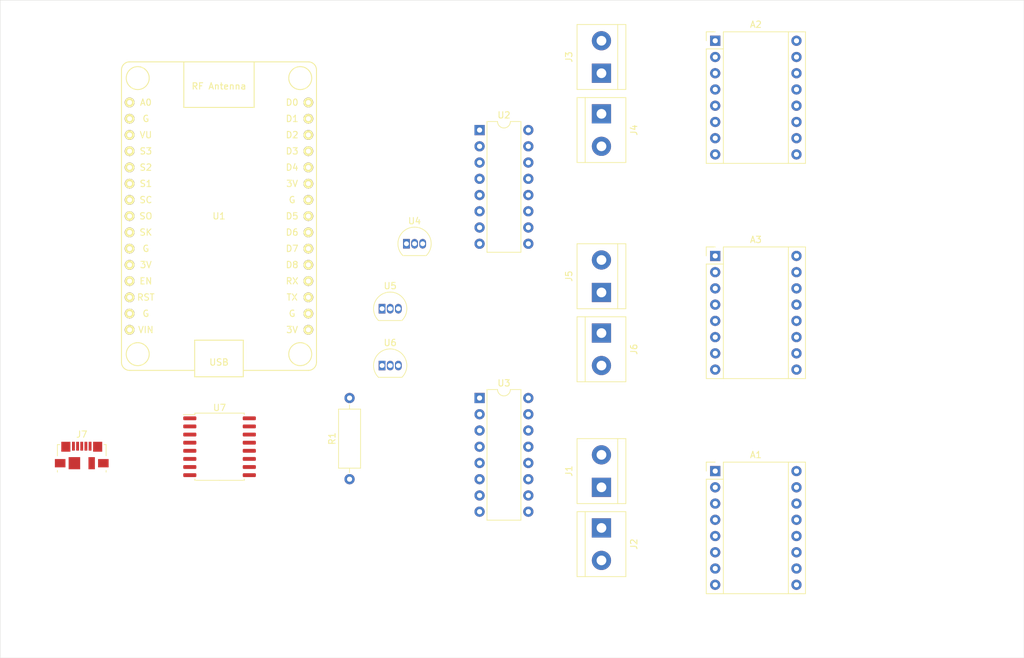
<source format=kicad_pcb>
(kicad_pcb (version 20171130) (host pcbnew "(5.1.4)-1")

  (general
    (thickness 1.6)
    (drawings 4)
    (tracks 0)
    (zones 0)
    (modules 18)
    (nets 27)
  )

  (page A4)
  (layers
    (0 F.Cu signal)
    (31 B.Cu signal)
    (32 B.Adhes user)
    (33 F.Adhes user)
    (34 B.Paste user)
    (35 F.Paste user)
    (36 B.SilkS user)
    (37 F.SilkS user)
    (38 B.Mask user)
    (39 F.Mask user)
    (40 Dwgs.User user)
    (41 Cmts.User user)
    (42 Eco1.User user)
    (43 Eco2.User user)
    (44 Edge.Cuts user)
    (45 Margin user)
    (46 B.CrtYd user)
    (47 F.CrtYd user)
    (48 B.Fab user)
    (49 F.Fab user)
  )

  (setup
    (last_trace_width 0.25)
    (trace_clearance 0.2)
    (zone_clearance 0.508)
    (zone_45_only no)
    (trace_min 0.2)
    (via_size 0.8)
    (via_drill 0.4)
    (via_min_size 0.4)
    (via_min_drill 0.3)
    (uvia_size 0.3)
    (uvia_drill 0.1)
    (uvias_allowed no)
    (uvia_min_size 0.2)
    (uvia_min_drill 0.1)
    (edge_width 0.05)
    (segment_width 0.2)
    (pcb_text_width 0.3)
    (pcb_text_size 1.5 1.5)
    (mod_edge_width 0.12)
    (mod_text_size 1 1)
    (mod_text_width 0.15)
    (pad_size 1.524 1.524)
    (pad_drill 0.762)
    (pad_to_mask_clearance 0.051)
    (solder_mask_min_width 0.25)
    (aux_axis_origin 0 0)
    (visible_elements 7FFFFFFF)
    (pcbplotparams
      (layerselection 0x010fc_ffffffff)
      (usegerberextensions false)
      (usegerberattributes false)
      (usegerberadvancedattributes false)
      (creategerberjobfile false)
      (excludeedgelayer true)
      (linewidth 0.100000)
      (plotframeref false)
      (viasonmask false)
      (mode 1)
      (useauxorigin false)
      (hpglpennumber 1)
      (hpglpenspeed 20)
      (hpglpendiameter 15.000000)
      (psnegative false)
      (psa4output false)
      (plotreference true)
      (plotvalue true)
      (plotinvisibletext false)
      (padsonsilk false)
      (subtractmaskfromsilk false)
      (outputformat 1)
      (mirror false)
      (drillshape 1)
      (scaleselection 1)
      (outputdirectory ""))
  )

  (net 0 "")
  (net 1 "Net-(U1-Pad1)")
  (net 2 GND)
  (net 3 "Net-(U2-Pad9)")
  (net 4 +3V3)
  (net 5 DATA)
  (net 6 "Net-(A1-Pad16)")
  (net 7 "Net-(A1-Pad15)")
  (net 8 "Net-(A1-Pad6)")
  (net 9 "Net-(A1-Pad5)")
  (net 10 "Net-(A1-Pad4)")
  (net 11 "Net-(A1-Pad3)")
  (net 12 "Net-(A2-Pad16)")
  (net 13 "Net-(A2-Pad15)")
  (net 14 "Net-(A2-Pad6)")
  (net 15 "Net-(A2-Pad5)")
  (net 16 "Net-(A2-Pad4)")
  (net 17 "Net-(A2-Pad3)")
  (net 18 "Net-(A3-Pad16)")
  (net 19 "Net-(A3-Pad15)")
  (net 20 "Net-(A3-Pad6)")
  (net 21 "Net-(A3-Pad5)")
  (net 22 "Net-(A3-Pad4)")
  (net 23 "Net-(A3-Pad3)")
  (net 24 "Net-(J7-Pad6)")
  (net 25 VIN)
  (net 26 D5)

  (net_class Default "Это класс цепей по умолчанию."
    (clearance 0.2)
    (trace_width 0.25)
    (via_dia 0.8)
    (via_drill 0.4)
    (uvia_dia 0.3)
    (uvia_drill 0.1)
    (add_net +3V3)
    (add_net D5)
    (add_net DATA)
    (add_net GND)
    (add_net "Net-(A1-Pad15)")
    (add_net "Net-(A1-Pad16)")
    (add_net "Net-(A1-Pad3)")
    (add_net "Net-(A1-Pad4)")
    (add_net "Net-(A1-Pad5)")
    (add_net "Net-(A1-Pad6)")
    (add_net "Net-(A2-Pad15)")
    (add_net "Net-(A2-Pad16)")
    (add_net "Net-(A2-Pad3)")
    (add_net "Net-(A2-Pad4)")
    (add_net "Net-(A2-Pad5)")
    (add_net "Net-(A2-Pad6)")
    (add_net "Net-(A3-Pad15)")
    (add_net "Net-(A3-Pad16)")
    (add_net "Net-(A3-Pad3)")
    (add_net "Net-(A3-Pad4)")
    (add_net "Net-(A3-Pad5)")
    (add_net "Net-(A3-Pad6)")
    (add_net "Net-(J7-Pad6)")
    (add_net "Net-(U1-Pad1)")
    (add_net "Net-(U2-Pad9)")
    (add_net VIN)
  )

  (module Package_SO:SOIC-16W_7.5x10.3mm_P1.27mm (layer F.Cu) (tedit 5D9F72B1) (tstamp 5EBAE8E2)
    (at 52.07 87.63)
    (descr "SOIC, 16 Pin (JEDEC MS-013AA, https://www.analog.com/media/en/package-pcb-resources/package/pkg_pdf/soic_wide-rw/rw_16.pdf), generated with kicad-footprint-generator ipc_gullwing_generator.py")
    (tags "SOIC SO")
    (path /5EBEF060)
    (attr smd)
    (fp_text reference U7 (at 0 -6.1) (layer F.SilkS)
      (effects (font (size 1 1) (thickness 0.15)))
    )
    (fp_text value DS3231M (at 0 6.1) (layer F.Fab)
      (effects (font (size 1 1) (thickness 0.15)))
    )
    (fp_text user %R (at 0 0) (layer F.Fab)
      (effects (font (size 1 1) (thickness 0.15)))
    )
    (fp_line (start 5.93 -5.4) (end -5.93 -5.4) (layer F.CrtYd) (width 0.05))
    (fp_line (start 5.93 5.4) (end 5.93 -5.4) (layer F.CrtYd) (width 0.05))
    (fp_line (start -5.93 5.4) (end 5.93 5.4) (layer F.CrtYd) (width 0.05))
    (fp_line (start -5.93 -5.4) (end -5.93 5.4) (layer F.CrtYd) (width 0.05))
    (fp_line (start -3.75 -4.15) (end -2.75 -5.15) (layer F.Fab) (width 0.1))
    (fp_line (start -3.75 5.15) (end -3.75 -4.15) (layer F.Fab) (width 0.1))
    (fp_line (start 3.75 5.15) (end -3.75 5.15) (layer F.Fab) (width 0.1))
    (fp_line (start 3.75 -5.15) (end 3.75 5.15) (layer F.Fab) (width 0.1))
    (fp_line (start -2.75 -5.15) (end 3.75 -5.15) (layer F.Fab) (width 0.1))
    (fp_line (start -3.86 -5.005) (end -5.675 -5.005) (layer F.SilkS) (width 0.12))
    (fp_line (start -3.86 -5.26) (end -3.86 -5.005) (layer F.SilkS) (width 0.12))
    (fp_line (start 0 -5.26) (end -3.86 -5.26) (layer F.SilkS) (width 0.12))
    (fp_line (start 3.86 -5.26) (end 3.86 -5.005) (layer F.SilkS) (width 0.12))
    (fp_line (start 0 -5.26) (end 3.86 -5.26) (layer F.SilkS) (width 0.12))
    (fp_line (start -3.86 5.26) (end -3.86 5.005) (layer F.SilkS) (width 0.12))
    (fp_line (start 0 5.26) (end -3.86 5.26) (layer F.SilkS) (width 0.12))
    (fp_line (start 3.86 5.26) (end 3.86 5.005) (layer F.SilkS) (width 0.12))
    (fp_line (start 0 5.26) (end 3.86 5.26) (layer F.SilkS) (width 0.12))
    (pad 16 smd roundrect (at 4.65 -4.445) (size 2.05 0.6) (layers F.Cu F.Paste F.Mask) (roundrect_rratio 0.25))
    (pad 15 smd roundrect (at 4.65 -3.175) (size 2.05 0.6) (layers F.Cu F.Paste F.Mask) (roundrect_rratio 0.25)
      (net 1 "Net-(U1-Pad1)"))
    (pad 14 smd roundrect (at 4.65 -1.905) (size 2.05 0.6) (layers F.Cu F.Paste F.Mask) (roundrect_rratio 0.25))
    (pad 13 smd roundrect (at 4.65 -0.635) (size 2.05 0.6) (layers F.Cu F.Paste F.Mask) (roundrect_rratio 0.25)
      (net 2 GND))
    (pad 12 smd roundrect (at 4.65 0.635) (size 2.05 0.6) (layers F.Cu F.Paste F.Mask) (roundrect_rratio 0.25)
      (net 2 GND))
    (pad 11 smd roundrect (at 4.65 1.905) (size 2.05 0.6) (layers F.Cu F.Paste F.Mask) (roundrect_rratio 0.25)
      (net 2 GND))
    (pad 10 smd roundrect (at 4.65 3.175) (size 2.05 0.6) (layers F.Cu F.Paste F.Mask) (roundrect_rratio 0.25)
      (net 2 GND))
    (pad 9 smd roundrect (at 4.65 4.445) (size 2.05 0.6) (layers F.Cu F.Paste F.Mask) (roundrect_rratio 0.25)
      (net 2 GND))
    (pad 8 smd roundrect (at -4.65 4.445) (size 2.05 0.6) (layers F.Cu F.Paste F.Mask) (roundrect_rratio 0.25)
      (net 2 GND))
    (pad 7 smd roundrect (at -4.65 3.175) (size 2.05 0.6) (layers F.Cu F.Paste F.Mask) (roundrect_rratio 0.25)
      (net 2 GND))
    (pad 6 smd roundrect (at -4.65 1.905) (size 2.05 0.6) (layers F.Cu F.Paste F.Mask) (roundrect_rratio 0.25)
      (net 2 GND))
    (pad 5 smd roundrect (at -4.65 0.635) (size 2.05 0.6) (layers F.Cu F.Paste F.Mask) (roundrect_rratio 0.25)
      (net 2 GND))
    (pad 4 smd roundrect (at -4.65 -0.635) (size 2.05 0.6) (layers F.Cu F.Paste F.Mask) (roundrect_rratio 0.25))
    (pad 3 smd roundrect (at -4.65 -1.905) (size 2.05 0.6) (layers F.Cu F.Paste F.Mask) (roundrect_rratio 0.25))
    (pad 2 smd roundrect (at -4.65 -3.175) (size 2.05 0.6) (layers F.Cu F.Paste F.Mask) (roundrect_rratio 0.25)
      (net 4 +3V3))
    (pad 1 smd roundrect (at -4.65 -4.445) (size 2.05 0.6) (layers F.Cu F.Paste F.Mask) (roundrect_rratio 0.25))
    (model ${KISYS3DMOD}/Package_SO.3dshapes/SOIC-16W_7.5x10.3mm_P1.27mm.wrl
      (at (xyz 0 0 0))
      (scale (xyz 1 1 1))
      (rotate (xyz 0 0 0))
    )
  )

  (module Package_TO_SOT_THT:TO-92_Inline (layer F.Cu) (tedit 5A1DD157) (tstamp 5EBAE8BB)
    (at 77.47 74.93)
    (descr "TO-92 leads in-line, narrow, oval pads, drill 0.75mm (see NXP sot054_po.pdf)")
    (tags "to-92 sc-43 sc-43a sot54 PA33 transistor")
    (path /5EBAF52F)
    (fp_text reference U6 (at 1.27 -3.56) (layer F.SilkS)
      (effects (font (size 1 1) (thickness 0.15)))
    )
    (fp_text value DS18B20 (at 1.27 2.79) (layer F.Fab)
      (effects (font (size 1 1) (thickness 0.15)))
    )
    (fp_arc (start 1.27 0) (end 1.27 -2.6) (angle 135) (layer F.SilkS) (width 0.12))
    (fp_arc (start 1.27 0) (end 1.27 -2.48) (angle -135) (layer F.Fab) (width 0.1))
    (fp_arc (start 1.27 0) (end 1.27 -2.6) (angle -135) (layer F.SilkS) (width 0.12))
    (fp_arc (start 1.27 0) (end 1.27 -2.48) (angle 135) (layer F.Fab) (width 0.1))
    (fp_line (start 4 2.01) (end -1.46 2.01) (layer F.CrtYd) (width 0.05))
    (fp_line (start 4 2.01) (end 4 -2.73) (layer F.CrtYd) (width 0.05))
    (fp_line (start -1.46 -2.73) (end -1.46 2.01) (layer F.CrtYd) (width 0.05))
    (fp_line (start -1.46 -2.73) (end 4 -2.73) (layer F.CrtYd) (width 0.05))
    (fp_line (start -0.5 1.75) (end 3 1.75) (layer F.Fab) (width 0.1))
    (fp_line (start -0.53 1.85) (end 3.07 1.85) (layer F.SilkS) (width 0.12))
    (fp_text user %R (at 1.27 -3.56) (layer F.Fab)
      (effects (font (size 1 1) (thickness 0.15)))
    )
    (pad 1 thru_hole rect (at 0 0) (size 1.05 1.5) (drill 0.75) (layers *.Cu *.Mask)
      (net 2 GND))
    (pad 3 thru_hole oval (at 2.54 0) (size 1.05 1.5) (drill 0.75) (layers *.Cu *.Mask)
      (net 4 +3V3))
    (pad 2 thru_hole oval (at 1.27 0) (size 1.05 1.5) (drill 0.75) (layers *.Cu *.Mask)
      (net 26 D5))
    (model ${KISYS3DMOD}/Package_TO_SOT_THT.3dshapes/TO-92_Inline.wrl
      (at (xyz 0 0 0))
      (scale (xyz 1 1 1))
      (rotate (xyz 0 0 0))
    )
  )

  (module Package_TO_SOT_THT:TO-92_Inline (layer F.Cu) (tedit 5A1DD157) (tstamp 5EBAE8A9)
    (at 77.47 66.04)
    (descr "TO-92 leads in-line, narrow, oval pads, drill 0.75mm (see NXP sot054_po.pdf)")
    (tags "to-92 sc-43 sc-43a sot54 PA33 transistor")
    (path /5EBAE7A3)
    (fp_text reference U5 (at 1.27 -3.56) (layer F.SilkS)
      (effects (font (size 1 1) (thickness 0.15)))
    )
    (fp_text value DS18B20 (at 1.27 2.79) (layer F.Fab)
      (effects (font (size 1 1) (thickness 0.15)))
    )
    (fp_arc (start 1.27 0) (end 1.27 -2.6) (angle 135) (layer F.SilkS) (width 0.12))
    (fp_arc (start 1.27 0) (end 1.27 -2.48) (angle -135) (layer F.Fab) (width 0.1))
    (fp_arc (start 1.27 0) (end 1.27 -2.6) (angle -135) (layer F.SilkS) (width 0.12))
    (fp_arc (start 1.27 0) (end 1.27 -2.48) (angle 135) (layer F.Fab) (width 0.1))
    (fp_line (start 4 2.01) (end -1.46 2.01) (layer F.CrtYd) (width 0.05))
    (fp_line (start 4 2.01) (end 4 -2.73) (layer F.CrtYd) (width 0.05))
    (fp_line (start -1.46 -2.73) (end -1.46 2.01) (layer F.CrtYd) (width 0.05))
    (fp_line (start -1.46 -2.73) (end 4 -2.73) (layer F.CrtYd) (width 0.05))
    (fp_line (start -0.5 1.75) (end 3 1.75) (layer F.Fab) (width 0.1))
    (fp_line (start -0.53 1.85) (end 3.07 1.85) (layer F.SilkS) (width 0.12))
    (fp_text user %R (at 1.27 -3.56) (layer F.Fab)
      (effects (font (size 1 1) (thickness 0.15)))
    )
    (pad 1 thru_hole rect (at 0 0) (size 1.05 1.5) (drill 0.75) (layers *.Cu *.Mask)
      (net 2 GND))
    (pad 3 thru_hole oval (at 2.54 0) (size 1.05 1.5) (drill 0.75) (layers *.Cu *.Mask)
      (net 4 +3V3))
    (pad 2 thru_hole oval (at 1.27 0) (size 1.05 1.5) (drill 0.75) (layers *.Cu *.Mask)
      (net 26 D5))
    (model ${KISYS3DMOD}/Package_TO_SOT_THT.3dshapes/TO-92_Inline.wrl
      (at (xyz 0 0 0))
      (scale (xyz 1 1 1))
      (rotate (xyz 0 0 0))
    )
  )

  (module Package_TO_SOT_THT:TO-92_Inline (layer F.Cu) (tedit 5A1DD157) (tstamp 5EBAE897)
    (at 81.28 55.88)
    (descr "TO-92 leads in-line, narrow, oval pads, drill 0.75mm (see NXP sot054_po.pdf)")
    (tags "to-92 sc-43 sc-43a sot54 PA33 transistor")
    (path /5EBADAF8)
    (fp_text reference U4 (at 1.27 -3.56) (layer F.SilkS)
      (effects (font (size 1 1) (thickness 0.15)))
    )
    (fp_text value DS18B20 (at 1.27 2.79) (layer F.Fab)
      (effects (font (size 1 1) (thickness 0.15)))
    )
    (fp_arc (start 1.27 0) (end 1.27 -2.6) (angle 135) (layer F.SilkS) (width 0.12))
    (fp_arc (start 1.27 0) (end 1.27 -2.48) (angle -135) (layer F.Fab) (width 0.1))
    (fp_arc (start 1.27 0) (end 1.27 -2.6) (angle -135) (layer F.SilkS) (width 0.12))
    (fp_arc (start 1.27 0) (end 1.27 -2.48) (angle 135) (layer F.Fab) (width 0.1))
    (fp_line (start 4 2.01) (end -1.46 2.01) (layer F.CrtYd) (width 0.05))
    (fp_line (start 4 2.01) (end 4 -2.73) (layer F.CrtYd) (width 0.05))
    (fp_line (start -1.46 -2.73) (end -1.46 2.01) (layer F.CrtYd) (width 0.05))
    (fp_line (start -1.46 -2.73) (end 4 -2.73) (layer F.CrtYd) (width 0.05))
    (fp_line (start -0.5 1.75) (end 3 1.75) (layer F.Fab) (width 0.1))
    (fp_line (start -0.53 1.85) (end 3.07 1.85) (layer F.SilkS) (width 0.12))
    (fp_text user %R (at 1.27 -3.56) (layer F.Fab)
      (effects (font (size 1 1) (thickness 0.15)))
    )
    (pad 1 thru_hole rect (at 0 0) (size 1.05 1.5) (drill 0.75) (layers *.Cu *.Mask)
      (net 2 GND))
    (pad 3 thru_hole oval (at 2.54 0) (size 1.05 1.5) (drill 0.75) (layers *.Cu *.Mask)
      (net 4 +3V3))
    (pad 2 thru_hole oval (at 1.27 0) (size 1.05 1.5) (drill 0.75) (layers *.Cu *.Mask)
      (net 26 D5))
    (model ${KISYS3DMOD}/Package_TO_SOT_THT.3dshapes/TO-92_Inline.wrl
      (at (xyz 0 0 0))
      (scale (xyz 1 1 1))
      (rotate (xyz 0 0 0))
    )
  )

  (module Package_DIP:DIP-16_W7.62mm (layer F.Cu) (tedit 5A02E8C5) (tstamp 5EBAE885)
    (at 92.71 80.01)
    (descr "16-lead though-hole mounted DIP package, row spacing 7.62 mm (300 mils)")
    (tags "THT DIP DIL PDIP 2.54mm 7.62mm 300mil")
    (path /5EBAA6D4)
    (fp_text reference U3 (at 3.81 -2.33) (layer F.SilkS)
      (effects (font (size 1 1) (thickness 0.15)))
    )
    (fp_text value 74HC595 (at 3.81 20.11) (layer F.Fab)
      (effects (font (size 1 1) (thickness 0.15)))
    )
    (fp_text user %R (at 3.81 8.89) (layer F.Fab)
      (effects (font (size 1 1) (thickness 0.15)))
    )
    (fp_line (start 8.7 -1.55) (end -1.1 -1.55) (layer F.CrtYd) (width 0.05))
    (fp_line (start 8.7 19.3) (end 8.7 -1.55) (layer F.CrtYd) (width 0.05))
    (fp_line (start -1.1 19.3) (end 8.7 19.3) (layer F.CrtYd) (width 0.05))
    (fp_line (start -1.1 -1.55) (end -1.1 19.3) (layer F.CrtYd) (width 0.05))
    (fp_line (start 6.46 -1.33) (end 4.81 -1.33) (layer F.SilkS) (width 0.12))
    (fp_line (start 6.46 19.11) (end 6.46 -1.33) (layer F.SilkS) (width 0.12))
    (fp_line (start 1.16 19.11) (end 6.46 19.11) (layer F.SilkS) (width 0.12))
    (fp_line (start 1.16 -1.33) (end 1.16 19.11) (layer F.SilkS) (width 0.12))
    (fp_line (start 2.81 -1.33) (end 1.16 -1.33) (layer F.SilkS) (width 0.12))
    (fp_line (start 0.635 -0.27) (end 1.635 -1.27) (layer F.Fab) (width 0.1))
    (fp_line (start 0.635 19.05) (end 0.635 -0.27) (layer F.Fab) (width 0.1))
    (fp_line (start 6.985 19.05) (end 0.635 19.05) (layer F.Fab) (width 0.1))
    (fp_line (start 6.985 -1.27) (end 6.985 19.05) (layer F.Fab) (width 0.1))
    (fp_line (start 1.635 -1.27) (end 6.985 -1.27) (layer F.Fab) (width 0.1))
    (fp_arc (start 3.81 -1.33) (end 2.81 -1.33) (angle -180) (layer F.SilkS) (width 0.12))
    (pad 16 thru_hole oval (at 7.62 0) (size 1.6 1.6) (drill 0.8) (layers *.Cu *.Mask)
      (net 4 +3V3))
    (pad 8 thru_hole oval (at 0 17.78) (size 1.6 1.6) (drill 0.8) (layers *.Cu *.Mask)
      (net 2 GND))
    (pad 15 thru_hole oval (at 7.62 2.54) (size 1.6 1.6) (drill 0.8) (layers *.Cu *.Mask))
    (pad 7 thru_hole oval (at 0 15.24) (size 1.6 1.6) (drill 0.8) (layers *.Cu *.Mask))
    (pad 14 thru_hole oval (at 7.62 5.08) (size 1.6 1.6) (drill 0.8) (layers *.Cu *.Mask)
      (net 3 "Net-(U2-Pad9)"))
    (pad 6 thru_hole oval (at 0 12.7) (size 1.6 1.6) (drill 0.8) (layers *.Cu *.Mask))
    (pad 13 thru_hole oval (at 7.62 7.62) (size 1.6 1.6) (drill 0.8) (layers *.Cu *.Mask)
      (net 2 GND))
    (pad 5 thru_hole oval (at 0 10.16) (size 1.6 1.6) (drill 0.8) (layers *.Cu *.Mask))
    (pad 12 thru_hole oval (at 7.62 10.16) (size 1.6 1.6) (drill 0.8) (layers *.Cu *.Mask))
    (pad 4 thru_hole oval (at 0 7.62) (size 1.6 1.6) (drill 0.8) (layers *.Cu *.Mask))
    (pad 11 thru_hole oval (at 7.62 12.7) (size 1.6 1.6) (drill 0.8) (layers *.Cu *.Mask))
    (pad 3 thru_hole oval (at 0 5.08) (size 1.6 1.6) (drill 0.8) (layers *.Cu *.Mask))
    (pad 10 thru_hole oval (at 7.62 15.24) (size 1.6 1.6) (drill 0.8) (layers *.Cu *.Mask)
      (net 4 +3V3))
    (pad 2 thru_hole oval (at 0 2.54) (size 1.6 1.6) (drill 0.8) (layers *.Cu *.Mask))
    (pad 9 thru_hole oval (at 7.62 17.78) (size 1.6 1.6) (drill 0.8) (layers *.Cu *.Mask))
    (pad 1 thru_hole rect (at 0 0) (size 1.6 1.6) (drill 0.8) (layers *.Cu *.Mask))
    (model ${KISYS3DMOD}/Package_DIP.3dshapes/DIP-16_W7.62mm.wrl
      (at (xyz 0 0 0))
      (scale (xyz 1 1 1))
      (rotate (xyz 0 0 0))
    )
  )

  (module Package_DIP:DIP-16_W7.62mm (layer F.Cu) (tedit 5A02E8C5) (tstamp 5EBAE861)
    (at 92.71 38.1)
    (descr "16-lead though-hole mounted DIP package, row spacing 7.62 mm (300 mils)")
    (tags "THT DIP DIL PDIP 2.54mm 7.62mm 300mil")
    (path /5EBA9879)
    (fp_text reference U2 (at 3.81 -2.33) (layer F.SilkS)
      (effects (font (size 1 1) (thickness 0.15)))
    )
    (fp_text value 74HC595 (at 3.81 20.11) (layer F.Fab)
      (effects (font (size 1 1) (thickness 0.15)))
    )
    (fp_text user %R (at 3.81 8.89) (layer F.Fab)
      (effects (font (size 1 1) (thickness 0.15)))
    )
    (fp_line (start 8.7 -1.55) (end -1.1 -1.55) (layer F.CrtYd) (width 0.05))
    (fp_line (start 8.7 19.3) (end 8.7 -1.55) (layer F.CrtYd) (width 0.05))
    (fp_line (start -1.1 19.3) (end 8.7 19.3) (layer F.CrtYd) (width 0.05))
    (fp_line (start -1.1 -1.55) (end -1.1 19.3) (layer F.CrtYd) (width 0.05))
    (fp_line (start 6.46 -1.33) (end 4.81 -1.33) (layer F.SilkS) (width 0.12))
    (fp_line (start 6.46 19.11) (end 6.46 -1.33) (layer F.SilkS) (width 0.12))
    (fp_line (start 1.16 19.11) (end 6.46 19.11) (layer F.SilkS) (width 0.12))
    (fp_line (start 1.16 -1.33) (end 1.16 19.11) (layer F.SilkS) (width 0.12))
    (fp_line (start 2.81 -1.33) (end 1.16 -1.33) (layer F.SilkS) (width 0.12))
    (fp_line (start 0.635 -0.27) (end 1.635 -1.27) (layer F.Fab) (width 0.1))
    (fp_line (start 0.635 19.05) (end 0.635 -0.27) (layer F.Fab) (width 0.1))
    (fp_line (start 6.985 19.05) (end 0.635 19.05) (layer F.Fab) (width 0.1))
    (fp_line (start 6.985 -1.27) (end 6.985 19.05) (layer F.Fab) (width 0.1))
    (fp_line (start 1.635 -1.27) (end 6.985 -1.27) (layer F.Fab) (width 0.1))
    (fp_arc (start 3.81 -1.33) (end 2.81 -1.33) (angle -180) (layer F.SilkS) (width 0.12))
    (pad 16 thru_hole oval (at 7.62 0) (size 1.6 1.6) (drill 0.8) (layers *.Cu *.Mask)
      (net 4 +3V3))
    (pad 8 thru_hole oval (at 0 17.78) (size 1.6 1.6) (drill 0.8) (layers *.Cu *.Mask)
      (net 2 GND))
    (pad 15 thru_hole oval (at 7.62 2.54) (size 1.6 1.6) (drill 0.8) (layers *.Cu *.Mask)
      (net 6 "Net-(A1-Pad16)"))
    (pad 7 thru_hole oval (at 0 15.24) (size 1.6 1.6) (drill 0.8) (layers *.Cu *.Mask))
    (pad 14 thru_hole oval (at 7.62 5.08) (size 1.6 1.6) (drill 0.8) (layers *.Cu *.Mask)
      (net 5 DATA))
    (pad 6 thru_hole oval (at 0 12.7) (size 1.6 1.6) (drill 0.8) (layers *.Cu *.Mask))
    (pad 13 thru_hole oval (at 7.62 7.62) (size 1.6 1.6) (drill 0.8) (layers *.Cu *.Mask)
      (net 2 GND))
    (pad 5 thru_hole oval (at 0 10.16) (size 1.6 1.6) (drill 0.8) (layers *.Cu *.Mask)
      (net 19 "Net-(A3-Pad15)"))
    (pad 12 thru_hole oval (at 7.62 10.16) (size 1.6 1.6) (drill 0.8) (layers *.Cu *.Mask))
    (pad 4 thru_hole oval (at 0 7.62) (size 1.6 1.6) (drill 0.8) (layers *.Cu *.Mask)
      (net 18 "Net-(A3-Pad16)"))
    (pad 11 thru_hole oval (at 7.62 12.7) (size 1.6 1.6) (drill 0.8) (layers *.Cu *.Mask))
    (pad 3 thru_hole oval (at 0 5.08) (size 1.6 1.6) (drill 0.8) (layers *.Cu *.Mask)
      (net 13 "Net-(A2-Pad15)"))
    (pad 10 thru_hole oval (at 7.62 15.24) (size 1.6 1.6) (drill 0.8) (layers *.Cu *.Mask)
      (net 4 +3V3))
    (pad 2 thru_hole oval (at 0 2.54) (size 1.6 1.6) (drill 0.8) (layers *.Cu *.Mask)
      (net 12 "Net-(A2-Pad16)"))
    (pad 9 thru_hole oval (at 7.62 17.78) (size 1.6 1.6) (drill 0.8) (layers *.Cu *.Mask)
      (net 3 "Net-(U2-Pad9)"))
    (pad 1 thru_hole rect (at 0 0) (size 1.6 1.6) (drill 0.8) (layers *.Cu *.Mask)
      (net 7 "Net-(A1-Pad15)"))
    (model ${KISYS3DMOD}/Package_DIP.3dshapes/DIP-16_W7.62mm.wrl
      (at (xyz 0 0 0))
      (scale (xyz 1 1 1))
      (rotate (xyz 0 0 0))
    )
  )

  (module "ESP8266:NodeMCU1.0(12-E)" (layer F.Cu) (tedit 5AF3DDCB) (tstamp 5EBAE83D)
    (at 51.98 51.56)
    (path /5EBA7798)
    (fp_text reference U1 (at 0 0) (layer F.SilkS)
      (effects (font (size 1 1) (thickness 0.15)))
    )
    (fp_text value "NodeMCU_1.0_(ESP-12E)" (at 0 -5.08) (layer F.Fab)
      (effects (font (size 1 1) (thickness 0.15)))
    )
    (fp_line (start 13.97 -24.13) (end -13.97 -24.13) (layer F.SilkS) (width 0.15))
    (fp_circle (center 12.7 -21.59) (end 13.97 -22.86) (layer F.SilkS) (width 0.15))
    (fp_circle (center -12.7 -21.59) (end -11.43 -22.86) (layer F.SilkS) (width 0.15))
    (fp_circle (center -12.7 21.59) (end -11.43 20.32) (layer F.SilkS) (width 0.15))
    (fp_circle (center 12.7 21.59) (end 13.97 20.32) (layer F.SilkS) (width 0.15))
    (fp_text user D0 (at 11.43 -17.78) (layer F.SilkS)
      (effects (font (size 1 1) (thickness 0.15)))
    )
    (fp_text user D1 (at 11.43 -15.24) (layer F.SilkS)
      (effects (font (size 1 1) (thickness 0.15)))
    )
    (fp_text user D2 (at 11.43 -12.7) (layer F.SilkS)
      (effects (font (size 1 1) (thickness 0.15)))
    )
    (fp_text user D3 (at 11.43 -10.16) (layer F.SilkS)
      (effects (font (size 1 1) (thickness 0.15)))
    )
    (fp_text user D4 (at 11.43 -7.62) (layer F.SilkS)
      (effects (font (size 1 1) (thickness 0.15)))
    )
    (fp_text user 3V (at 11.43 -5.08) (layer F.SilkS)
      (effects (font (size 1 1) (thickness 0.15)))
    )
    (fp_text user G (at 11.43 -2.54) (layer F.SilkS)
      (effects (font (size 1 1) (thickness 0.15)))
    )
    (fp_text user D5 (at 11.43 0) (layer F.SilkS)
      (effects (font (size 1 1) (thickness 0.15)))
    )
    (fp_text user D6 (at 11.43 2.54) (layer F.SilkS)
      (effects (font (size 1 1) (thickness 0.15)))
    )
    (fp_text user D7 (at 11.43 5.08) (layer F.SilkS)
      (effects (font (size 1 1) (thickness 0.15)))
    )
    (fp_text user D8 (at 11.43 7.62) (layer F.SilkS)
      (effects (font (size 1 1) (thickness 0.15)))
    )
    (fp_text user RX (at 11.43 10.16) (layer F.SilkS)
      (effects (font (size 1 1) (thickness 0.15)))
    )
    (fp_text user TX (at 11.43 12.7) (layer F.SilkS)
      (effects (font (size 1 1) (thickness 0.15)))
    )
    (fp_text user G (at 11.43 15.24) (layer F.SilkS)
      (effects (font (size 1 1) (thickness 0.15)))
    )
    (fp_text user 3V (at 11.43 17.78) (layer F.SilkS)
      (effects (font (size 1 1) (thickness 0.15)))
    )
    (fp_text user A0 (at -11.43 -17.78) (layer F.SilkS)
      (effects (font (size 1 1) (thickness 0.15)))
    )
    (fp_text user G (at -11.43 -15.24) (layer F.SilkS)
      (effects (font (size 1 1) (thickness 0.15)))
    )
    (fp_text user VU (at -11.43 -12.7) (layer F.SilkS)
      (effects (font (size 1 1) (thickness 0.15)))
    )
    (fp_text user S3 (at -11.43 -10.16) (layer F.SilkS)
      (effects (font (size 1 1) (thickness 0.15)))
    )
    (fp_text user S2 (at -11.43 -7.62) (layer F.SilkS)
      (effects (font (size 1 1) (thickness 0.15)))
    )
    (fp_text user S1 (at -11.43 -5.08) (layer F.SilkS)
      (effects (font (size 1 1) (thickness 0.15)))
    )
    (fp_text user SC (at -11.43 -2.54) (layer F.SilkS)
      (effects (font (size 1 1) (thickness 0.15)))
    )
    (fp_text user SO (at -11.43 0) (layer F.SilkS)
      (effects (font (size 1 1) (thickness 0.15)))
    )
    (fp_text user SK (at -11.43 2.54) (layer F.SilkS)
      (effects (font (size 1 1) (thickness 0.15)))
    )
    (fp_text user G (at -11.43 5.08) (layer F.SilkS)
      (effects (font (size 1 1) (thickness 0.15)))
    )
    (fp_text user 3V (at -11.43 7.62) (layer F.SilkS)
      (effects (font (size 1 1) (thickness 0.15)))
    )
    (fp_text user EN (at -11.43 10.16) (layer F.SilkS)
      (effects (font (size 1 1) (thickness 0.15)))
    )
    (fp_text user RST (at -11.43 12.7) (layer F.SilkS)
      (effects (font (size 1 1) (thickness 0.15)))
    )
    (fp_text user G (at -11.43 15.24) (layer F.SilkS)
      (effects (font (size 1 1) (thickness 0.15)))
    )
    (fp_text user VIN (at -11.43 17.78) (layer F.SilkS)
      (effects (font (size 1 1) (thickness 0.15)))
    )
    (fp_line (start -3.8 24.13) (end -13.97 24.13) (layer F.SilkS) (width 0.15))
    (fp_line (start -15.24 -22.86) (end -15.24 22.86) (layer F.SilkS) (width 0.15))
    (fp_line (start 15.24 -22.86) (end 15.24 22.86) (layer F.SilkS) (width 0.15))
    (fp_arc (start -13.97 22.86) (end -13.97 24.13) (angle 90) (layer F.SilkS) (width 0.15))
    (fp_arc (start 13.97 22.86) (end 15.24 22.86) (angle 90) (layer F.SilkS) (width 0.15))
    (fp_arc (start 13.97 -22.86) (end 13.97 -24.13) (angle 90) (layer F.SilkS) (width 0.15))
    (fp_arc (start -13.97 -22.86) (end -15.24 -22.86) (angle 90) (layer F.SilkS) (width 0.15))
    (fp_line (start 3.8 25.13) (end -3.8 25.13) (layer F.SilkS) (width 0.15))
    (fp_line (start 3.8 19.4) (end 3.8 25.13) (layer F.SilkS) (width 0.15))
    (fp_line (start -3.8 19.4) (end 3.8 19.4) (layer F.SilkS) (width 0.15))
    (fp_line (start -3.8 25.13) (end -3.8 19.4) (layer F.SilkS) (width 0.15))
    (fp_line (start -5.5 -17) (end -5.5 -24.13) (layer F.SilkS) (width 0.15))
    (fp_line (start 5.5 -24.13) (end 5.5 -17) (layer F.SilkS) (width 0.15))
    (fp_line (start 5.5 -17) (end -5.5 -17) (layer F.SilkS) (width 0.15))
    (fp_text user "RF Antenna" (at 0 -20.32) (layer F.SilkS)
      (effects (font (size 1 1) (thickness 0.15)))
    )
    (fp_text user USB (at 0 22.86) (layer F.SilkS)
      (effects (font (size 1 1) (thickness 0.15)))
    )
    (fp_line (start 13.98 24.13) (end 3.81 24.13) (layer F.SilkS) (width 0.15))
    (pad 30 thru_hole circle (at 13.97 -17.78) (size 1.524 1.524) (drill 0.762) (layers *.Cu *.Mask F.SilkS))
    (pad 29 thru_hole circle (at 13.97 -15.24) (size 1.524 1.524) (drill 0.762) (layers *.Cu *.Mask F.SilkS))
    (pad 28 thru_hole circle (at 13.97 -12.7) (size 1.524 1.524) (drill 0.762) (layers *.Cu *.Mask F.SilkS))
    (pad 27 thru_hole circle (at 13.97 -10.16) (size 1.524 1.524) (drill 0.762) (layers *.Cu *.Mask F.SilkS))
    (pad 26 thru_hole circle (at 13.97 -7.62) (size 1.524 1.524) (drill 0.762) (layers *.Cu *.Mask F.SilkS))
    (pad 25 thru_hole circle (at 13.97 -5.08) (size 1.524 1.524) (drill 0.762) (layers *.Cu *.Mask F.SilkS))
    (pad 24 thru_hole circle (at 13.97 -2.54) (size 1.524 1.524) (drill 0.762) (layers *.Cu *.Mask F.SilkS)
      (net 2 GND))
    (pad 23 thru_hole circle (at 13.97 0) (size 1.524 1.524) (drill 0.762) (layers *.Cu *.Mask F.SilkS)
      (net 26 D5))
    (pad 22 thru_hole circle (at 13.97 2.54) (size 1.524 1.524) (drill 0.762) (layers *.Cu *.Mask F.SilkS)
      (net 5 DATA))
    (pad 21 thru_hole circle (at 13.97 5.08) (size 1.524 1.524) (drill 0.762) (layers *.Cu *.Mask F.SilkS))
    (pad 20 thru_hole circle (at 13.97 7.62) (size 1.524 1.524) (drill 0.762) (layers *.Cu *.Mask F.SilkS))
    (pad 19 thru_hole circle (at 13.97 10.16) (size 1.524 1.524) (drill 0.762) (layers *.Cu *.Mask F.SilkS))
    (pad 18 thru_hole circle (at 13.97 12.7) (size 1.524 1.524) (drill 0.762) (layers *.Cu *.Mask F.SilkS))
    (pad 17 thru_hole circle (at 13.97 15.24) (size 1.524 1.524) (drill 0.762) (layers *.Cu *.Mask F.SilkS)
      (net 2 GND))
    (pad 16 thru_hole circle (at 13.97 17.78) (size 1.524 1.524) (drill 0.762) (layers *.Cu *.Mask F.SilkS)
      (net 4 +3V3))
    (pad 15 thru_hole circle (at -13.97 17.78) (size 1.524 1.524) (drill 0.762) (layers *.Cu *.Mask F.SilkS)
      (net 25 VIN))
    (pad 14 thru_hole circle (at -13.97 15.24) (size 1.524 1.524) (drill 0.762) (layers *.Cu *.Mask F.SilkS)
      (net 2 GND))
    (pad 13 thru_hole circle (at -13.97 12.7) (size 1.524 1.524) (drill 0.762) (layers *.Cu *.Mask F.SilkS))
    (pad 12 thru_hole circle (at -13.97 10.16) (size 1.524 1.524) (drill 0.762) (layers *.Cu *.Mask F.SilkS))
    (pad 11 thru_hole circle (at -13.97 7.62) (size 1.524 1.524) (drill 0.762) (layers *.Cu *.Mask F.SilkS))
    (pad 10 thru_hole circle (at -13.97 5.08) (size 1.524 1.524) (drill 0.762) (layers *.Cu *.Mask F.SilkS)
      (net 2 GND))
    (pad 9 thru_hole circle (at -13.97 2.54) (size 1.524 1.524) (drill 0.762) (layers *.Cu *.Mask F.SilkS))
    (pad 8 thru_hole circle (at -13.97 0) (size 1.524 1.524) (drill 0.762) (layers *.Cu *.Mask F.SilkS))
    (pad 7 thru_hole circle (at -13.97 -2.54) (size 1.524 1.524) (drill 0.762) (layers *.Cu *.Mask F.SilkS))
    (pad 6 thru_hole circle (at -13.97 -5.08) (size 1.524 1.524) (drill 0.762) (layers *.Cu *.Mask F.SilkS))
    (pad 5 thru_hole circle (at -13.97 -7.62) (size 1.524 1.524) (drill 0.762) (layers *.Cu *.Mask F.SilkS))
    (pad 4 thru_hole circle (at -13.97 -10.16) (size 1.524 1.524) (drill 0.762) (layers *.Cu *.Mask F.SilkS))
    (pad 3 thru_hole circle (at -13.97 -12.7) (size 1.524 1.524) (drill 0.762) (layers *.Cu *.Mask F.SilkS))
    (pad 2 thru_hole circle (at -13.97 -15.24) (size 1.524 1.524) (drill 0.762) (layers *.Cu *.Mask F.SilkS))
    (pad 1 thru_hole circle (at -13.97 -17.78) (size 1.524 1.524) (drill 0.762) (layers *.Cu *.Mask F.SilkS)
      (net 1 "Net-(U1-Pad1)"))
  )

  (module Resistor_THT:R_Axial_DIN0309_L9.0mm_D3.2mm_P12.70mm_Horizontal (layer F.Cu) (tedit 5AE5139B) (tstamp 5EBAE7E7)
    (at 72.39 92.71 90)
    (descr "Resistor, Axial_DIN0309 series, Axial, Horizontal, pin pitch=12.7mm, 0.5W = 1/2W, length*diameter=9*3.2mm^2, http://cdn-reichelt.de/documents/datenblatt/B400/1_4W%23YAG.pdf")
    (tags "Resistor Axial_DIN0309 series Axial Horizontal pin pitch 12.7mm 0.5W = 1/2W length 9mm diameter 3.2mm")
    (path /5EC50B16)
    (fp_text reference R1 (at 6.35 -2.72 90) (layer F.SilkS)
      (effects (font (size 1 1) (thickness 0.15)))
    )
    (fp_text value R4.7K (at 6.35 2.72 90) (layer F.Fab)
      (effects (font (size 1 1) (thickness 0.15)))
    )
    (fp_text user %R (at 6.35 0 90) (layer F.Fab)
      (effects (font (size 1 1) (thickness 0.15)))
    )
    (fp_line (start 13.75 -1.85) (end -1.05 -1.85) (layer F.CrtYd) (width 0.05))
    (fp_line (start 13.75 1.85) (end 13.75 -1.85) (layer F.CrtYd) (width 0.05))
    (fp_line (start -1.05 1.85) (end 13.75 1.85) (layer F.CrtYd) (width 0.05))
    (fp_line (start -1.05 -1.85) (end -1.05 1.85) (layer F.CrtYd) (width 0.05))
    (fp_line (start 11.66 0) (end 10.97 0) (layer F.SilkS) (width 0.12))
    (fp_line (start 1.04 0) (end 1.73 0) (layer F.SilkS) (width 0.12))
    (fp_line (start 10.97 -1.72) (end 1.73 -1.72) (layer F.SilkS) (width 0.12))
    (fp_line (start 10.97 1.72) (end 10.97 -1.72) (layer F.SilkS) (width 0.12))
    (fp_line (start 1.73 1.72) (end 10.97 1.72) (layer F.SilkS) (width 0.12))
    (fp_line (start 1.73 -1.72) (end 1.73 1.72) (layer F.SilkS) (width 0.12))
    (fp_line (start 12.7 0) (end 10.85 0) (layer F.Fab) (width 0.1))
    (fp_line (start 0 0) (end 1.85 0) (layer F.Fab) (width 0.1))
    (fp_line (start 10.85 -1.6) (end 1.85 -1.6) (layer F.Fab) (width 0.1))
    (fp_line (start 10.85 1.6) (end 10.85 -1.6) (layer F.Fab) (width 0.1))
    (fp_line (start 1.85 1.6) (end 10.85 1.6) (layer F.Fab) (width 0.1))
    (fp_line (start 1.85 -1.6) (end 1.85 1.6) (layer F.Fab) (width 0.1))
    (pad 2 thru_hole oval (at 12.7 0 90) (size 1.6 1.6) (drill 0.8) (layers *.Cu *.Mask)
      (net 26 D5))
    (pad 1 thru_hole circle (at 0 0 90) (size 1.6 1.6) (drill 0.8) (layers *.Cu *.Mask)
      (net 4 +3V3))
    (model ${KISYS3DMOD}/Resistor_THT.3dshapes/R_Axial_DIN0309_L9.0mm_D3.2mm_P12.70mm_Horizontal.wrl
      (at (xyz 0 0 0))
      (scale (xyz 1 1 1))
      (rotate (xyz 0 0 0))
    )
  )

  (module Connector_USB:USB_Micro-B_Molex_47346-0001 (layer F.Cu) (tedit 5D8620A7) (tstamp 5EBAE7D0)
    (at 30.5325 89.005)
    (descr "Micro USB B receptable with flange, bottom-mount, SMD, right-angle (http://www.molex.com/pdm_docs/sd/473460001_sd.pdf)")
    (tags "Micro B USB SMD")
    (path /5EC13446)
    (attr smd)
    (fp_text reference J7 (at 0 -3.3 180) (layer F.SilkS)
      (effects (font (size 1 1) (thickness 0.15)))
    )
    (fp_text value USB_B_Micro (at 0 4.6 180) (layer F.Fab)
      (effects (font (size 1 1) (thickness 0.15)))
    )
    (fp_line (start -3.25 2.65) (end 3.25 2.65) (layer F.Fab) (width 0.1))
    (fp_line (start -3.81 2.6) (end -3.81 2.34) (layer F.SilkS) (width 0.12))
    (fp_line (start -3.81 0.06) (end -3.81 -1.71) (layer F.SilkS) (width 0.12))
    (fp_line (start -3.81 -1.71) (end -3.43 -1.71) (layer F.SilkS) (width 0.12))
    (fp_line (start 3.81 -1.71) (end 3.81 0.06) (layer F.SilkS) (width 0.12))
    (fp_line (start 3.81 2.34) (end 3.81 2.6) (layer F.SilkS) (width 0.12))
    (fp_line (start -3.75 3.35) (end -3.75 -1.65) (layer F.Fab) (width 0.1))
    (fp_line (start -3.75 -1.65) (end 3.75 -1.65) (layer F.Fab) (width 0.1))
    (fp_line (start 3.75 -1.65) (end 3.75 3.35) (layer F.Fab) (width 0.1))
    (fp_line (start 3.75 3.35) (end -3.75 3.35) (layer F.Fab) (width 0.1))
    (fp_line (start -4.7 3.85) (end -4.7 -2.65) (layer F.CrtYd) (width 0.05))
    (fp_line (start -4.7 -2.65) (end 4.7 -2.65) (layer F.CrtYd) (width 0.05))
    (fp_line (start 4.7 -2.65) (end 4.7 3.85) (layer F.CrtYd) (width 0.05))
    (fp_line (start 4.7 3.85) (end -4.7 3.85) (layer F.CrtYd) (width 0.05))
    (fp_line (start 3.81 -1.71) (end 3.43 -1.71) (layer F.SilkS) (width 0.12))
    (fp_text user %R (at 0 1.2) (layer F.Fab)
      (effects (font (size 1 1) (thickness 0.15)))
    )
    (fp_text user "PCB Edge" (at 0 2.67 180) (layer Dwgs.User)
      (effects (font (size 0.4 0.4) (thickness 0.04)))
    )
    (pad 6 smd rect (at 1.55 1.2) (size 1 1.9) (layers F.Cu F.Paste F.Mask)
      (net 24 "Net-(J7-Pad6)"))
    (pad 6 smd rect (at -1.15 1.2) (size 1.8 1.9) (layers F.Cu F.Paste F.Mask)
      (net 24 "Net-(J7-Pad6)"))
    (pad 6 smd rect (at 3.375 1.2) (size 1.65 1.3) (layers F.Cu F.Paste F.Mask)
      (net 24 "Net-(J7-Pad6)"))
    (pad 6 smd rect (at -3.375 1.2) (size 1.65 1.3) (layers F.Cu F.Paste F.Mask)
      (net 24 "Net-(J7-Pad6)"))
    (pad 6 smd rect (at 2.4875 -1.375) (size 1.425 1.55) (layers F.Cu F.Paste F.Mask)
      (net 24 "Net-(J7-Pad6)"))
    (pad 6 smd rect (at -2.4875 -1.375) (size 1.425 1.55) (layers F.Cu F.Paste F.Mask)
      (net 24 "Net-(J7-Pad6)"))
    (pad 5 smd rect (at 1.3 -1.46) (size 0.45 1.38) (layers F.Cu F.Paste F.Mask)
      (net 2 GND))
    (pad 4 smd rect (at 0.65 -1.46) (size 0.45 1.38) (layers F.Cu F.Paste F.Mask))
    (pad 3 smd rect (at 0 -1.46) (size 0.45 1.38) (layers F.Cu F.Paste F.Mask))
    (pad 2 smd rect (at -0.65 -1.46) (size 0.45 1.38) (layers F.Cu F.Paste F.Mask))
    (pad 1 smd rect (at -1.3 -1.46) (size 0.45 1.38) (layers F.Cu F.Paste F.Mask)
      (net 25 VIN))
    (model ${KISYS3DMOD}/Connector_USB.3dshapes/USB_Micro-B_Molex_47346-0001.wrl
      (at (xyz 0 0 0))
      (scale (xyz 1 1 1))
      (rotate (xyz 0 0 0))
    )
  )

  (module TerminalBlock:TerminalBlock_bornier-2_P5.08mm (layer F.Cu) (tedit 59FF03AB) (tstamp 5EBAE7B0)
    (at 111.76 69.85 270)
    (descr "simple 2-pin terminal block, pitch 5.08mm, revamped version of bornier2")
    (tags "terminal block bornier2")
    (path /5EBF2EC8)
    (fp_text reference J6 (at 2.54 -5.08 90) (layer F.SilkS)
      (effects (font (size 1 1) (thickness 0.15)))
    )
    (fp_text value Screw_Terminal_01x02 (at 2.54 5.08 90) (layer F.Fab)
      (effects (font (size 1 1) (thickness 0.15)))
    )
    (fp_line (start 7.79 4) (end -2.71 4) (layer F.CrtYd) (width 0.05))
    (fp_line (start 7.79 4) (end 7.79 -4) (layer F.CrtYd) (width 0.05))
    (fp_line (start -2.71 -4) (end -2.71 4) (layer F.CrtYd) (width 0.05))
    (fp_line (start -2.71 -4) (end 7.79 -4) (layer F.CrtYd) (width 0.05))
    (fp_line (start -2.54 3.81) (end 7.62 3.81) (layer F.SilkS) (width 0.12))
    (fp_line (start -2.54 -3.81) (end -2.54 3.81) (layer F.SilkS) (width 0.12))
    (fp_line (start 7.62 -3.81) (end -2.54 -3.81) (layer F.SilkS) (width 0.12))
    (fp_line (start 7.62 3.81) (end 7.62 -3.81) (layer F.SilkS) (width 0.12))
    (fp_line (start 7.62 2.54) (end -2.54 2.54) (layer F.SilkS) (width 0.12))
    (fp_line (start 7.54 -3.75) (end -2.46 -3.75) (layer F.Fab) (width 0.1))
    (fp_line (start 7.54 3.75) (end 7.54 -3.75) (layer F.Fab) (width 0.1))
    (fp_line (start -2.46 3.75) (end 7.54 3.75) (layer F.Fab) (width 0.1))
    (fp_line (start -2.46 -3.75) (end -2.46 3.75) (layer F.Fab) (width 0.1))
    (fp_line (start -2.41 2.55) (end 7.49 2.55) (layer F.Fab) (width 0.1))
    (fp_text user %R (at 2.54 0 90) (layer F.Fab)
      (effects (font (size 1 1) (thickness 0.15)))
    )
    (pad 2 thru_hole circle (at 5.08 0 270) (size 3 3) (drill 1.52) (layers *.Cu *.Mask)
      (net 20 "Net-(A3-Pad6)"))
    (pad 1 thru_hole rect (at 0 0 270) (size 3 3) (drill 1.52) (layers *.Cu *.Mask)
      (net 21 "Net-(A3-Pad5)"))
    (model ${KISYS3DMOD}/TerminalBlock.3dshapes/TerminalBlock_bornier-2_P5.08mm.wrl
      (offset (xyz 2.539999961853027 0 0))
      (scale (xyz 1 1 1))
      (rotate (xyz 0 0 0))
    )
  )

  (module TerminalBlock:TerminalBlock_bornier-2_P5.08mm (layer F.Cu) (tedit 59FF03AB) (tstamp 5EBAE79B)
    (at 111.76 63.5 90)
    (descr "simple 2-pin terminal block, pitch 5.08mm, revamped version of bornier2")
    (tags "terminal block bornier2")
    (path /5EBF1DE9)
    (fp_text reference J5 (at 2.54 -5.08 90) (layer F.SilkS)
      (effects (font (size 1 1) (thickness 0.15)))
    )
    (fp_text value Screw_Terminal_01x02 (at 2.54 5.08 90) (layer F.Fab)
      (effects (font (size 1 1) (thickness 0.15)))
    )
    (fp_line (start 7.79 4) (end -2.71 4) (layer F.CrtYd) (width 0.05))
    (fp_line (start 7.79 4) (end 7.79 -4) (layer F.CrtYd) (width 0.05))
    (fp_line (start -2.71 -4) (end -2.71 4) (layer F.CrtYd) (width 0.05))
    (fp_line (start -2.71 -4) (end 7.79 -4) (layer F.CrtYd) (width 0.05))
    (fp_line (start -2.54 3.81) (end 7.62 3.81) (layer F.SilkS) (width 0.12))
    (fp_line (start -2.54 -3.81) (end -2.54 3.81) (layer F.SilkS) (width 0.12))
    (fp_line (start 7.62 -3.81) (end -2.54 -3.81) (layer F.SilkS) (width 0.12))
    (fp_line (start 7.62 3.81) (end 7.62 -3.81) (layer F.SilkS) (width 0.12))
    (fp_line (start 7.62 2.54) (end -2.54 2.54) (layer F.SilkS) (width 0.12))
    (fp_line (start 7.54 -3.75) (end -2.46 -3.75) (layer F.Fab) (width 0.1))
    (fp_line (start 7.54 3.75) (end 7.54 -3.75) (layer F.Fab) (width 0.1))
    (fp_line (start -2.46 3.75) (end 7.54 3.75) (layer F.Fab) (width 0.1))
    (fp_line (start -2.46 -3.75) (end -2.46 3.75) (layer F.Fab) (width 0.1))
    (fp_line (start -2.41 2.55) (end 7.49 2.55) (layer F.Fab) (width 0.1))
    (fp_text user %R (at 2.54 0 90) (layer F.Fab)
      (effects (font (size 1 1) (thickness 0.15)))
    )
    (pad 2 thru_hole circle (at 5.08 0 90) (size 3 3) (drill 1.52) (layers *.Cu *.Mask)
      (net 23 "Net-(A3-Pad3)"))
    (pad 1 thru_hole rect (at 0 0 90) (size 3 3) (drill 1.52) (layers *.Cu *.Mask)
      (net 22 "Net-(A3-Pad4)"))
    (model ${KISYS3DMOD}/TerminalBlock.3dshapes/TerminalBlock_bornier-2_P5.08mm.wrl
      (offset (xyz 2.539999961853027 0 0))
      (scale (xyz 1 1 1))
      (rotate (xyz 0 0 0))
    )
  )

  (module TerminalBlock:TerminalBlock_bornier-2_P5.08mm (layer F.Cu) (tedit 59FF03AB) (tstamp 5EBAE786)
    (at 111.76 35.56 270)
    (descr "simple 2-pin terminal block, pitch 5.08mm, revamped version of bornier2")
    (tags "terminal block bornier2")
    (path /5EBF5F20)
    (fp_text reference J4 (at 2.54 -5.08 90) (layer F.SilkS)
      (effects (font (size 1 1) (thickness 0.15)))
    )
    (fp_text value Screw_Terminal_01x02 (at 2.54 5.08 90) (layer F.Fab)
      (effects (font (size 1 1) (thickness 0.15)))
    )
    (fp_line (start 7.79 4) (end -2.71 4) (layer F.CrtYd) (width 0.05))
    (fp_line (start 7.79 4) (end 7.79 -4) (layer F.CrtYd) (width 0.05))
    (fp_line (start -2.71 -4) (end -2.71 4) (layer F.CrtYd) (width 0.05))
    (fp_line (start -2.71 -4) (end 7.79 -4) (layer F.CrtYd) (width 0.05))
    (fp_line (start -2.54 3.81) (end 7.62 3.81) (layer F.SilkS) (width 0.12))
    (fp_line (start -2.54 -3.81) (end -2.54 3.81) (layer F.SilkS) (width 0.12))
    (fp_line (start 7.62 -3.81) (end -2.54 -3.81) (layer F.SilkS) (width 0.12))
    (fp_line (start 7.62 3.81) (end 7.62 -3.81) (layer F.SilkS) (width 0.12))
    (fp_line (start 7.62 2.54) (end -2.54 2.54) (layer F.SilkS) (width 0.12))
    (fp_line (start 7.54 -3.75) (end -2.46 -3.75) (layer F.Fab) (width 0.1))
    (fp_line (start 7.54 3.75) (end 7.54 -3.75) (layer F.Fab) (width 0.1))
    (fp_line (start -2.46 3.75) (end 7.54 3.75) (layer F.Fab) (width 0.1))
    (fp_line (start -2.46 -3.75) (end -2.46 3.75) (layer F.Fab) (width 0.1))
    (fp_line (start -2.41 2.55) (end 7.49 2.55) (layer F.Fab) (width 0.1))
    (fp_text user %R (at 2.54 0 90) (layer F.Fab)
      (effects (font (size 1 1) (thickness 0.15)))
    )
    (pad 2 thru_hole circle (at 5.08 0 270) (size 3 3) (drill 1.52) (layers *.Cu *.Mask)
      (net 14 "Net-(A2-Pad6)"))
    (pad 1 thru_hole rect (at 0 0 270) (size 3 3) (drill 1.52) (layers *.Cu *.Mask)
      (net 15 "Net-(A2-Pad5)"))
    (model ${KISYS3DMOD}/TerminalBlock.3dshapes/TerminalBlock_bornier-2_P5.08mm.wrl
      (offset (xyz 2.539999961853027 0 0))
      (scale (xyz 1 1 1))
      (rotate (xyz 0 0 0))
    )
  )

  (module TerminalBlock:TerminalBlock_bornier-2_P5.08mm (layer F.Cu) (tedit 59FF03AB) (tstamp 5EBAE771)
    (at 111.76 29.21 90)
    (descr "simple 2-pin terminal block, pitch 5.08mm, revamped version of bornier2")
    (tags "terminal block bornier2")
    (path /5EBF4736)
    (fp_text reference J3 (at 2.54 -5.08 90) (layer F.SilkS)
      (effects (font (size 1 1) (thickness 0.15)))
    )
    (fp_text value Screw_Terminal_01x02 (at 2.54 5.08 90) (layer F.Fab)
      (effects (font (size 1 1) (thickness 0.15)))
    )
    (fp_line (start 7.79 4) (end -2.71 4) (layer F.CrtYd) (width 0.05))
    (fp_line (start 7.79 4) (end 7.79 -4) (layer F.CrtYd) (width 0.05))
    (fp_line (start -2.71 -4) (end -2.71 4) (layer F.CrtYd) (width 0.05))
    (fp_line (start -2.71 -4) (end 7.79 -4) (layer F.CrtYd) (width 0.05))
    (fp_line (start -2.54 3.81) (end 7.62 3.81) (layer F.SilkS) (width 0.12))
    (fp_line (start -2.54 -3.81) (end -2.54 3.81) (layer F.SilkS) (width 0.12))
    (fp_line (start 7.62 -3.81) (end -2.54 -3.81) (layer F.SilkS) (width 0.12))
    (fp_line (start 7.62 3.81) (end 7.62 -3.81) (layer F.SilkS) (width 0.12))
    (fp_line (start 7.62 2.54) (end -2.54 2.54) (layer F.SilkS) (width 0.12))
    (fp_line (start 7.54 -3.75) (end -2.46 -3.75) (layer F.Fab) (width 0.1))
    (fp_line (start 7.54 3.75) (end 7.54 -3.75) (layer F.Fab) (width 0.1))
    (fp_line (start -2.46 3.75) (end 7.54 3.75) (layer F.Fab) (width 0.1))
    (fp_line (start -2.46 -3.75) (end -2.46 3.75) (layer F.Fab) (width 0.1))
    (fp_line (start -2.41 2.55) (end 7.49 2.55) (layer F.Fab) (width 0.1))
    (fp_text user %R (at 2.54 0 90) (layer F.Fab)
      (effects (font (size 1 1) (thickness 0.15)))
    )
    (pad 2 thru_hole circle (at 5.08 0 90) (size 3 3) (drill 1.52) (layers *.Cu *.Mask)
      (net 17 "Net-(A2-Pad3)"))
    (pad 1 thru_hole rect (at 0 0 90) (size 3 3) (drill 1.52) (layers *.Cu *.Mask)
      (net 16 "Net-(A2-Pad4)"))
    (model ${KISYS3DMOD}/TerminalBlock.3dshapes/TerminalBlock_bornier-2_P5.08mm.wrl
      (offset (xyz 2.539999961853027 0 0))
      (scale (xyz 1 1 1))
      (rotate (xyz 0 0 0))
    )
  )

  (module TerminalBlock:TerminalBlock_bornier-2_P5.08mm (layer F.Cu) (tedit 59FF03AB) (tstamp 5EBAE75C)
    (at 111.76 100.33 270)
    (descr "simple 2-pin terminal block, pitch 5.08mm, revamped version of bornier2")
    (tags "terminal block bornier2")
    (path /5EBF8D3B)
    (fp_text reference J2 (at 2.54 -5.08 90) (layer F.SilkS)
      (effects (font (size 1 1) (thickness 0.15)))
    )
    (fp_text value Screw_Terminal_01x02 (at 2.54 5.08 90) (layer F.Fab)
      (effects (font (size 1 1) (thickness 0.15)))
    )
    (fp_line (start 7.79 4) (end -2.71 4) (layer F.CrtYd) (width 0.05))
    (fp_line (start 7.79 4) (end 7.79 -4) (layer F.CrtYd) (width 0.05))
    (fp_line (start -2.71 -4) (end -2.71 4) (layer F.CrtYd) (width 0.05))
    (fp_line (start -2.71 -4) (end 7.79 -4) (layer F.CrtYd) (width 0.05))
    (fp_line (start -2.54 3.81) (end 7.62 3.81) (layer F.SilkS) (width 0.12))
    (fp_line (start -2.54 -3.81) (end -2.54 3.81) (layer F.SilkS) (width 0.12))
    (fp_line (start 7.62 -3.81) (end -2.54 -3.81) (layer F.SilkS) (width 0.12))
    (fp_line (start 7.62 3.81) (end 7.62 -3.81) (layer F.SilkS) (width 0.12))
    (fp_line (start 7.62 2.54) (end -2.54 2.54) (layer F.SilkS) (width 0.12))
    (fp_line (start 7.54 -3.75) (end -2.46 -3.75) (layer F.Fab) (width 0.1))
    (fp_line (start 7.54 3.75) (end 7.54 -3.75) (layer F.Fab) (width 0.1))
    (fp_line (start -2.46 3.75) (end 7.54 3.75) (layer F.Fab) (width 0.1))
    (fp_line (start -2.46 -3.75) (end -2.46 3.75) (layer F.Fab) (width 0.1))
    (fp_line (start -2.41 2.55) (end 7.49 2.55) (layer F.Fab) (width 0.1))
    (fp_text user %R (at 2.54 0 90) (layer F.Fab)
      (effects (font (size 1 1) (thickness 0.15)))
    )
    (pad 2 thru_hole circle (at 5.08 0 270) (size 3 3) (drill 1.52) (layers *.Cu *.Mask)
      (net 8 "Net-(A1-Pad6)"))
    (pad 1 thru_hole rect (at 0 0 270) (size 3 3) (drill 1.52) (layers *.Cu *.Mask)
      (net 9 "Net-(A1-Pad5)"))
    (model ${KISYS3DMOD}/TerminalBlock.3dshapes/TerminalBlock_bornier-2_P5.08mm.wrl
      (offset (xyz 2.539999961853027 0 0))
      (scale (xyz 1 1 1))
      (rotate (xyz 0 0 0))
    )
  )

  (module TerminalBlock:TerminalBlock_bornier-2_P5.08mm (layer F.Cu) (tedit 59FF03AB) (tstamp 5EBAE747)
    (at 111.76 93.98 90)
    (descr "simple 2-pin terminal block, pitch 5.08mm, revamped version of bornier2")
    (tags "terminal block bornier2")
    (path /5EBF773F)
    (fp_text reference J1 (at 2.54 -5.08 90) (layer F.SilkS)
      (effects (font (size 1 1) (thickness 0.15)))
    )
    (fp_text value Screw_Terminal_01x02 (at 2.54 5.08 90) (layer F.Fab)
      (effects (font (size 1 1) (thickness 0.15)))
    )
    (fp_line (start 7.79 4) (end -2.71 4) (layer F.CrtYd) (width 0.05))
    (fp_line (start 7.79 4) (end 7.79 -4) (layer F.CrtYd) (width 0.05))
    (fp_line (start -2.71 -4) (end -2.71 4) (layer F.CrtYd) (width 0.05))
    (fp_line (start -2.71 -4) (end 7.79 -4) (layer F.CrtYd) (width 0.05))
    (fp_line (start -2.54 3.81) (end 7.62 3.81) (layer F.SilkS) (width 0.12))
    (fp_line (start -2.54 -3.81) (end -2.54 3.81) (layer F.SilkS) (width 0.12))
    (fp_line (start 7.62 -3.81) (end -2.54 -3.81) (layer F.SilkS) (width 0.12))
    (fp_line (start 7.62 3.81) (end 7.62 -3.81) (layer F.SilkS) (width 0.12))
    (fp_line (start 7.62 2.54) (end -2.54 2.54) (layer F.SilkS) (width 0.12))
    (fp_line (start 7.54 -3.75) (end -2.46 -3.75) (layer F.Fab) (width 0.1))
    (fp_line (start 7.54 3.75) (end 7.54 -3.75) (layer F.Fab) (width 0.1))
    (fp_line (start -2.46 3.75) (end 7.54 3.75) (layer F.Fab) (width 0.1))
    (fp_line (start -2.46 -3.75) (end -2.46 3.75) (layer F.Fab) (width 0.1))
    (fp_line (start -2.41 2.55) (end 7.49 2.55) (layer F.Fab) (width 0.1))
    (fp_text user %R (at 2.54 0 90) (layer F.Fab)
      (effects (font (size 1 1) (thickness 0.15)))
    )
    (pad 2 thru_hole circle (at 5.08 0 90) (size 3 3) (drill 1.52) (layers *.Cu *.Mask)
      (net 11 "Net-(A1-Pad3)"))
    (pad 1 thru_hole rect (at 0 0 90) (size 3 3) (drill 1.52) (layers *.Cu *.Mask)
      (net 10 "Net-(A1-Pad4)"))
    (model ${KISYS3DMOD}/TerminalBlock.3dshapes/TerminalBlock_bornier-2_P5.08mm.wrl
      (offset (xyz 2.539999961853027 0 0))
      (scale (xyz 1 1 1))
      (rotate (xyz 0 0 0))
    )
  )

  (module Module:Pololu_Breakout-16_15.2x20.3mm (layer F.Cu) (tedit 58AB602C) (tstamp 5EBAE732)
    (at 129.54 57.785)
    (descr "Pololu Breakout 16-pin 15.2x20.3mm 0.6x0.8\\")
    (tags "Pololu Breakout")
    (path /5EBF0C5C)
    (fp_text reference A3 (at 6.35 -2.54) (layer F.SilkS)
      (effects (font (size 1 1) (thickness 0.15)))
    )
    (fp_text value Pololu_Breakout_DRV8825 (at 6.35 20.17) (layer F.Fab)
      (effects (font (size 1 1) (thickness 0.15)))
    )
    (fp_line (start 14.21 19.3) (end -1.53 19.3) (layer F.CrtYd) (width 0.05))
    (fp_line (start 14.21 19.3) (end 14.21 -1.52) (layer F.CrtYd) (width 0.05))
    (fp_line (start -1.53 -1.52) (end -1.53 19.3) (layer F.CrtYd) (width 0.05))
    (fp_line (start -1.53 -1.52) (end 14.21 -1.52) (layer F.CrtYd) (width 0.05))
    (fp_line (start -1.27 19.05) (end -1.27 0) (layer F.Fab) (width 0.1))
    (fp_line (start 13.97 19.05) (end -1.27 19.05) (layer F.Fab) (width 0.1))
    (fp_line (start 13.97 -1.27) (end 13.97 19.05) (layer F.Fab) (width 0.1))
    (fp_line (start 0 -1.27) (end 13.97 -1.27) (layer F.Fab) (width 0.1))
    (fp_line (start -1.27 0) (end 0 -1.27) (layer F.Fab) (width 0.1))
    (fp_line (start 14.1 -1.4) (end 1.27 -1.4) (layer F.SilkS) (width 0.12))
    (fp_line (start 14.1 19.18) (end 14.1 -1.4) (layer F.SilkS) (width 0.12))
    (fp_line (start -1.4 19.18) (end 14.1 19.18) (layer F.SilkS) (width 0.12))
    (fp_line (start -1.4 1.27) (end -1.4 19.18) (layer F.SilkS) (width 0.12))
    (fp_line (start 1.27 1.27) (end -1.4 1.27) (layer F.SilkS) (width 0.12))
    (fp_line (start 1.27 -1.4) (end 1.27 1.27) (layer F.SilkS) (width 0.12))
    (fp_line (start -1.4 -1.4) (end -1.4 0) (layer F.SilkS) (width 0.12))
    (fp_line (start 0 -1.4) (end -1.4 -1.4) (layer F.SilkS) (width 0.12))
    (fp_line (start 1.27 1.27) (end 1.27 19.18) (layer F.SilkS) (width 0.12))
    (fp_line (start 11.43 -1.4) (end 11.43 19.18) (layer F.SilkS) (width 0.12))
    (fp_text user %R (at 6.35 0) (layer F.Fab)
      (effects (font (size 1 1) (thickness 0.15)))
    )
    (pad 16 thru_hole oval (at 12.7 0) (size 1.6 1.6) (drill 0.8) (layers *.Cu *.Mask)
      (net 18 "Net-(A3-Pad16)"))
    (pad 8 thru_hole oval (at 0 17.78) (size 1.6 1.6) (drill 0.8) (layers *.Cu *.Mask))
    (pad 15 thru_hole oval (at 12.7 2.54) (size 1.6 1.6) (drill 0.8) (layers *.Cu *.Mask)
      (net 19 "Net-(A3-Pad15)"))
    (pad 7 thru_hole oval (at 0 15.24) (size 1.6 1.6) (drill 0.8) (layers *.Cu *.Mask)
      (net 2 GND))
    (pad 14 thru_hole oval (at 12.7 5.08) (size 1.6 1.6) (drill 0.8) (layers *.Cu *.Mask))
    (pad 6 thru_hole oval (at 0 12.7) (size 1.6 1.6) (drill 0.8) (layers *.Cu *.Mask)
      (net 20 "Net-(A3-Pad6)"))
    (pad 13 thru_hole oval (at 12.7 7.62) (size 1.6 1.6) (drill 0.8) (layers *.Cu *.Mask))
    (pad 5 thru_hole oval (at 0 10.16) (size 1.6 1.6) (drill 0.8) (layers *.Cu *.Mask)
      (net 21 "Net-(A3-Pad5)"))
    (pad 12 thru_hole oval (at 12.7 10.16) (size 1.6 1.6) (drill 0.8) (layers *.Cu *.Mask))
    (pad 4 thru_hole oval (at 0 7.62) (size 1.6 1.6) (drill 0.8) (layers *.Cu *.Mask)
      (net 22 "Net-(A3-Pad4)"))
    (pad 11 thru_hole oval (at 12.7 12.7) (size 1.6 1.6) (drill 0.8) (layers *.Cu *.Mask))
    (pad 3 thru_hole oval (at 0 5.08) (size 1.6 1.6) (drill 0.8) (layers *.Cu *.Mask)
      (net 23 "Net-(A3-Pad3)"))
    (pad 10 thru_hole oval (at 12.7 15.24) (size 1.6 1.6) (drill 0.8) (layers *.Cu *.Mask))
    (pad 2 thru_hole oval (at 0 2.54) (size 1.6 1.6) (drill 0.8) (layers *.Cu *.Mask))
    (pad 9 thru_hole oval (at 12.7 17.78) (size 1.6 1.6) (drill 0.8) (layers *.Cu *.Mask))
    (pad 1 thru_hole rect (at 0 0) (size 1.6 1.6) (drill 0.8) (layers *.Cu *.Mask)
      (net 2 GND))
    (model ${KISYS3DMOD}/Module.3dshapes/Pololu_Breakout-16_15.2x20.3mm.wrl
      (at (xyz 0 0 0))
      (scale (xyz 1 1 1))
      (rotate (xyz 0 0 0))
    )
  )

  (module Module:Pololu_Breakout-16_15.2x20.3mm (layer F.Cu) (tedit 58AB602C) (tstamp 5EBAE70A)
    (at 129.54 24.13)
    (descr "Pololu Breakout 16-pin 15.2x20.3mm 0.6x0.8\\")
    (tags "Pololu Breakout")
    (path /5EBF072B)
    (fp_text reference A2 (at 6.35 -2.54) (layer F.SilkS)
      (effects (font (size 1 1) (thickness 0.15)))
    )
    (fp_text value Pololu_Breakout_DRV8825 (at 6.35 20.17) (layer F.Fab)
      (effects (font (size 1 1) (thickness 0.15)))
    )
    (fp_line (start 14.21 19.3) (end -1.53 19.3) (layer F.CrtYd) (width 0.05))
    (fp_line (start 14.21 19.3) (end 14.21 -1.52) (layer F.CrtYd) (width 0.05))
    (fp_line (start -1.53 -1.52) (end -1.53 19.3) (layer F.CrtYd) (width 0.05))
    (fp_line (start -1.53 -1.52) (end 14.21 -1.52) (layer F.CrtYd) (width 0.05))
    (fp_line (start -1.27 19.05) (end -1.27 0) (layer F.Fab) (width 0.1))
    (fp_line (start 13.97 19.05) (end -1.27 19.05) (layer F.Fab) (width 0.1))
    (fp_line (start 13.97 -1.27) (end 13.97 19.05) (layer F.Fab) (width 0.1))
    (fp_line (start 0 -1.27) (end 13.97 -1.27) (layer F.Fab) (width 0.1))
    (fp_line (start -1.27 0) (end 0 -1.27) (layer F.Fab) (width 0.1))
    (fp_line (start 14.1 -1.4) (end 1.27 -1.4) (layer F.SilkS) (width 0.12))
    (fp_line (start 14.1 19.18) (end 14.1 -1.4) (layer F.SilkS) (width 0.12))
    (fp_line (start -1.4 19.18) (end 14.1 19.18) (layer F.SilkS) (width 0.12))
    (fp_line (start -1.4 1.27) (end -1.4 19.18) (layer F.SilkS) (width 0.12))
    (fp_line (start 1.27 1.27) (end -1.4 1.27) (layer F.SilkS) (width 0.12))
    (fp_line (start 1.27 -1.4) (end 1.27 1.27) (layer F.SilkS) (width 0.12))
    (fp_line (start -1.4 -1.4) (end -1.4 0) (layer F.SilkS) (width 0.12))
    (fp_line (start 0 -1.4) (end -1.4 -1.4) (layer F.SilkS) (width 0.12))
    (fp_line (start 1.27 1.27) (end 1.27 19.18) (layer F.SilkS) (width 0.12))
    (fp_line (start 11.43 -1.4) (end 11.43 19.18) (layer F.SilkS) (width 0.12))
    (fp_text user %R (at 6.35 0) (layer F.Fab)
      (effects (font (size 1 1) (thickness 0.15)))
    )
    (pad 16 thru_hole oval (at 12.7 0) (size 1.6 1.6) (drill 0.8) (layers *.Cu *.Mask)
      (net 12 "Net-(A2-Pad16)"))
    (pad 8 thru_hole oval (at 0 17.78) (size 1.6 1.6) (drill 0.8) (layers *.Cu *.Mask))
    (pad 15 thru_hole oval (at 12.7 2.54) (size 1.6 1.6) (drill 0.8) (layers *.Cu *.Mask)
      (net 13 "Net-(A2-Pad15)"))
    (pad 7 thru_hole oval (at 0 15.24) (size 1.6 1.6) (drill 0.8) (layers *.Cu *.Mask)
      (net 2 GND))
    (pad 14 thru_hole oval (at 12.7 5.08) (size 1.6 1.6) (drill 0.8) (layers *.Cu *.Mask))
    (pad 6 thru_hole oval (at 0 12.7) (size 1.6 1.6) (drill 0.8) (layers *.Cu *.Mask)
      (net 14 "Net-(A2-Pad6)"))
    (pad 13 thru_hole oval (at 12.7 7.62) (size 1.6 1.6) (drill 0.8) (layers *.Cu *.Mask))
    (pad 5 thru_hole oval (at 0 10.16) (size 1.6 1.6) (drill 0.8) (layers *.Cu *.Mask)
      (net 15 "Net-(A2-Pad5)"))
    (pad 12 thru_hole oval (at 12.7 10.16) (size 1.6 1.6) (drill 0.8) (layers *.Cu *.Mask))
    (pad 4 thru_hole oval (at 0 7.62) (size 1.6 1.6) (drill 0.8) (layers *.Cu *.Mask)
      (net 16 "Net-(A2-Pad4)"))
    (pad 11 thru_hole oval (at 12.7 12.7) (size 1.6 1.6) (drill 0.8) (layers *.Cu *.Mask))
    (pad 3 thru_hole oval (at 0 5.08) (size 1.6 1.6) (drill 0.8) (layers *.Cu *.Mask)
      (net 17 "Net-(A2-Pad3)"))
    (pad 10 thru_hole oval (at 12.7 15.24) (size 1.6 1.6) (drill 0.8) (layers *.Cu *.Mask))
    (pad 2 thru_hole oval (at 0 2.54) (size 1.6 1.6) (drill 0.8) (layers *.Cu *.Mask))
    (pad 9 thru_hole oval (at 12.7 17.78) (size 1.6 1.6) (drill 0.8) (layers *.Cu *.Mask))
    (pad 1 thru_hole rect (at 0 0) (size 1.6 1.6) (drill 0.8) (layers *.Cu *.Mask)
      (net 2 GND))
    (model ${KISYS3DMOD}/Module.3dshapes/Pololu_Breakout-16_15.2x20.3mm.wrl
      (at (xyz 0 0 0))
      (scale (xyz 1 1 1))
      (rotate (xyz 0 0 0))
    )
  )

  (module Module:Pololu_Breakout-16_15.2x20.3mm (layer F.Cu) (tedit 58AB602C) (tstamp 5EBAE6E2)
    (at 129.54 91.44)
    (descr "Pololu Breakout 16-pin 15.2x20.3mm 0.6x0.8\\")
    (tags "Pololu Breakout")
    (path /5EBEFCCC)
    (fp_text reference A1 (at 6.35 -2.54) (layer F.SilkS)
      (effects (font (size 1 1) (thickness 0.15)))
    )
    (fp_text value Pololu_Breakout_DRV8825 (at 6.35 20.17) (layer F.Fab)
      (effects (font (size 1 1) (thickness 0.15)))
    )
    (fp_line (start 14.21 19.3) (end -1.53 19.3) (layer F.CrtYd) (width 0.05))
    (fp_line (start 14.21 19.3) (end 14.21 -1.52) (layer F.CrtYd) (width 0.05))
    (fp_line (start -1.53 -1.52) (end -1.53 19.3) (layer F.CrtYd) (width 0.05))
    (fp_line (start -1.53 -1.52) (end 14.21 -1.52) (layer F.CrtYd) (width 0.05))
    (fp_line (start -1.27 19.05) (end -1.27 0) (layer F.Fab) (width 0.1))
    (fp_line (start 13.97 19.05) (end -1.27 19.05) (layer F.Fab) (width 0.1))
    (fp_line (start 13.97 -1.27) (end 13.97 19.05) (layer F.Fab) (width 0.1))
    (fp_line (start 0 -1.27) (end 13.97 -1.27) (layer F.Fab) (width 0.1))
    (fp_line (start -1.27 0) (end 0 -1.27) (layer F.Fab) (width 0.1))
    (fp_line (start 14.1 -1.4) (end 1.27 -1.4) (layer F.SilkS) (width 0.12))
    (fp_line (start 14.1 19.18) (end 14.1 -1.4) (layer F.SilkS) (width 0.12))
    (fp_line (start -1.4 19.18) (end 14.1 19.18) (layer F.SilkS) (width 0.12))
    (fp_line (start -1.4 1.27) (end -1.4 19.18) (layer F.SilkS) (width 0.12))
    (fp_line (start 1.27 1.27) (end -1.4 1.27) (layer F.SilkS) (width 0.12))
    (fp_line (start 1.27 -1.4) (end 1.27 1.27) (layer F.SilkS) (width 0.12))
    (fp_line (start -1.4 -1.4) (end -1.4 0) (layer F.SilkS) (width 0.12))
    (fp_line (start 0 -1.4) (end -1.4 -1.4) (layer F.SilkS) (width 0.12))
    (fp_line (start 1.27 1.27) (end 1.27 19.18) (layer F.SilkS) (width 0.12))
    (fp_line (start 11.43 -1.4) (end 11.43 19.18) (layer F.SilkS) (width 0.12))
    (fp_text user %R (at 6.35 0) (layer F.Fab)
      (effects (font (size 1 1) (thickness 0.15)))
    )
    (pad 16 thru_hole oval (at 12.7 0) (size 1.6 1.6) (drill 0.8) (layers *.Cu *.Mask)
      (net 6 "Net-(A1-Pad16)"))
    (pad 8 thru_hole oval (at 0 17.78) (size 1.6 1.6) (drill 0.8) (layers *.Cu *.Mask))
    (pad 15 thru_hole oval (at 12.7 2.54) (size 1.6 1.6) (drill 0.8) (layers *.Cu *.Mask)
      (net 7 "Net-(A1-Pad15)"))
    (pad 7 thru_hole oval (at 0 15.24) (size 1.6 1.6) (drill 0.8) (layers *.Cu *.Mask)
      (net 2 GND))
    (pad 14 thru_hole oval (at 12.7 5.08) (size 1.6 1.6) (drill 0.8) (layers *.Cu *.Mask))
    (pad 6 thru_hole oval (at 0 12.7) (size 1.6 1.6) (drill 0.8) (layers *.Cu *.Mask)
      (net 8 "Net-(A1-Pad6)"))
    (pad 13 thru_hole oval (at 12.7 7.62) (size 1.6 1.6) (drill 0.8) (layers *.Cu *.Mask))
    (pad 5 thru_hole oval (at 0 10.16) (size 1.6 1.6) (drill 0.8) (layers *.Cu *.Mask)
      (net 9 "Net-(A1-Pad5)"))
    (pad 12 thru_hole oval (at 12.7 10.16) (size 1.6 1.6) (drill 0.8) (layers *.Cu *.Mask))
    (pad 4 thru_hole oval (at 0 7.62) (size 1.6 1.6) (drill 0.8) (layers *.Cu *.Mask)
      (net 10 "Net-(A1-Pad4)"))
    (pad 11 thru_hole oval (at 12.7 12.7) (size 1.6 1.6) (drill 0.8) (layers *.Cu *.Mask))
    (pad 3 thru_hole oval (at 0 5.08) (size 1.6 1.6) (drill 0.8) (layers *.Cu *.Mask)
      (net 11 "Net-(A1-Pad3)"))
    (pad 10 thru_hole oval (at 12.7 15.24) (size 1.6 1.6) (drill 0.8) (layers *.Cu *.Mask))
    (pad 2 thru_hole oval (at 0 2.54) (size 1.6 1.6) (drill 0.8) (layers *.Cu *.Mask))
    (pad 9 thru_hole oval (at 12.7 17.78) (size 1.6 1.6) (drill 0.8) (layers *.Cu *.Mask))
    (pad 1 thru_hole rect (at 0 0) (size 1.6 1.6) (drill 0.8) (layers *.Cu *.Mask)
      (net 2 GND))
    (model ${KISYS3DMOD}/Module.3dshapes/Pololu_Breakout-16_15.2x20.3mm.wrl
      (at (xyz 0 0 0))
      (scale (xyz 1 1 1))
      (rotate (xyz 0 0 0))
    )
  )

  (gr_line (start 177.8 120.65) (end 177.8 17.78) (layer Edge.Cuts) (width 0.05) (tstamp 5EBAF23C))
  (gr_line (start 17.78 120.65) (end 177.8 120.65) (layer Edge.Cuts) (width 0.05))
  (gr_line (start 17.78 17.78) (end 17.78 120.65) (layer Edge.Cuts) (width 0.05))
  (gr_line (start 177.8 17.78) (end 17.78 17.78) (layer Edge.Cuts) (width 0.05))

)

</source>
